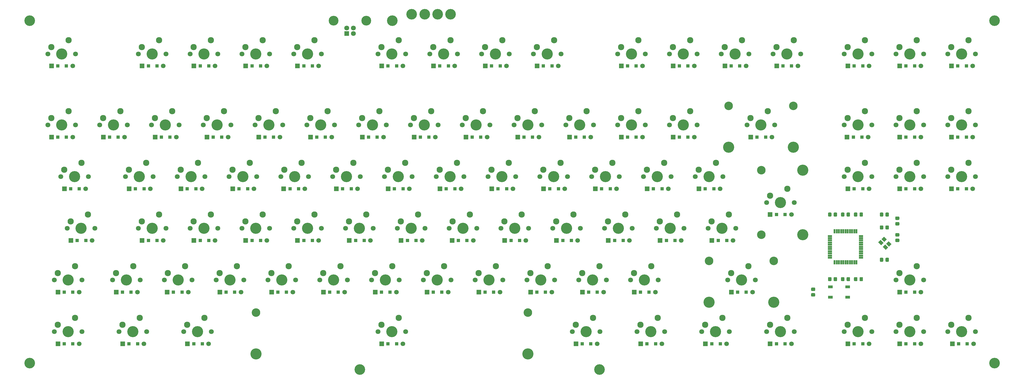
<source format=gbs>
%TF.GenerationSoftware,KiCad,Pcbnew,(5.1.6)-1*%
%TF.CreationDate,2020-08-11T21:43:52+02:00*%
%TF.ProjectId,qosmosKbBIS,716f736d-6f73-44b6-9242-49532e6b6963,rev?*%
%TF.SameCoordinates,Original*%
%TF.FileFunction,Soldermask,Bot*%
%TF.FilePolarity,Negative*%
%FSLAX46Y46*%
G04 Gerber Fmt 4.6, Leading zero omitted, Abs format (unit mm)*
G04 Created by KiCad (PCBNEW (5.1.6)-1) date 2020-08-11 21:43:52*
%MOMM*%
%LPD*%
G01*
G04 APERTURE LIST*
%ADD10R,1.800000X1.800000*%
%ADD11C,1.800000*%
%ADD12C,3.600000*%
%ADD13C,1.700000*%
%ADD14R,1.700000X1.700000*%
%ADD15R,1.300000X1.300000*%
%ADD16C,2.300000*%
%ADD17C,4.100000*%
%ADD18C,3.150000*%
%ADD19R,0.650000X1.600000*%
%ADD20R,1.600000X0.650000*%
%ADD21C,0.100000*%
%ADD22R,1.800000X1.100000*%
%ADD23C,3.900000*%
G04 APERTURE END LIST*
D10*
%TO.C,J1*%
X97505000Y-35666250D03*
D11*
X100005000Y-35666250D03*
X100005000Y-33666250D03*
X97505000Y-33666250D03*
D12*
X92735000Y-30956250D03*
X104775000Y-30956250D03*
%TD*%
D13*
%TO.C,D12*%
X206306250Y-47625000D03*
D14*
X198506250Y-47625000D03*
D15*
X200831250Y-47625000D03*
X203981250Y-47625000D03*
%TD*%
%TO.C,D2*%
X-5568750Y-73818750D03*
X-8718750Y-73818750D03*
D14*
X-11043750Y-73818750D03*
D13*
X-3243750Y-73818750D03*
%TD*%
%TO.C,D13*%
X225356250Y-47625000D03*
D14*
X217556250Y-47625000D03*
D15*
X219881250Y-47625000D03*
X223031250Y-47625000D03*
%TD*%
%TO.C,D14*%
X242081250Y-47625000D03*
X238931250Y-47625000D03*
D14*
X236606250Y-47625000D03*
D13*
X244406250Y-47625000D03*
%TD*%
D15*
%TO.C,D5*%
X65868750Y-47625000D03*
X62718750Y-47625000D03*
D14*
X60393750Y-47625000D03*
D13*
X68193750Y-47625000D03*
%TD*%
%TO.C,D15*%
X263456250Y-47625000D03*
D14*
X255656250Y-47625000D03*
D15*
X257981250Y-47625000D03*
X261131250Y-47625000D03*
%TD*%
D13*
%TO.C,D1*%
X-3243750Y-47625000D03*
D14*
X-11043750Y-47625000D03*
D15*
X-8718750Y-47625000D03*
X-5568750Y-47625000D03*
%TD*%
%TO.C,C7*%
G36*
G01*
X276625000Y-102872012D02*
X276625000Y-101915488D01*
G75*
G02*
X276896738Y-101643750I271738J0D01*
G01*
X277603262Y-101643750D01*
G75*
G02*
X277875000Y-101915488I0J-271738D01*
G01*
X277875000Y-102872012D01*
G75*
G02*
X277603262Y-103143750I-271738J0D01*
G01*
X276896738Y-103143750D01*
G75*
G02*
X276625000Y-102872012I0J271738D01*
G01*
G37*
G36*
G01*
X274575000Y-102872012D02*
X274575000Y-101915488D01*
G75*
G02*
X274846738Y-101643750I271738J0D01*
G01*
X275553262Y-101643750D01*
G75*
G02*
X275825000Y-101915488I0J-271738D01*
G01*
X275825000Y-102872012D01*
G75*
G02*
X275553262Y-103143750I-271738J0D01*
G01*
X274846738Y-103143750D01*
G75*
G02*
X274575000Y-102872012I0J271738D01*
G01*
G37*
%TD*%
%TO.C,D4*%
X46818750Y-47625000D03*
X43668750Y-47625000D03*
D14*
X41343750Y-47625000D03*
D13*
X49143750Y-47625000D03*
%TD*%
%TO.C,D6*%
X87243750Y-47625000D03*
D14*
X79443750Y-47625000D03*
D15*
X81768750Y-47625000D03*
X84918750Y-47625000D03*
%TD*%
%TO.C,D8*%
X115875000Y-47625000D03*
X112725000Y-47625000D03*
D14*
X110400000Y-47625000D03*
D13*
X118200000Y-47625000D03*
%TD*%
%TO.C,D9*%
X137250000Y-47625000D03*
D14*
X129450000Y-47625000D03*
D15*
X131775000Y-47625000D03*
X134925000Y-47625000D03*
%TD*%
%TO.C,D7*%
X13481250Y-73818750D03*
X10331250Y-73818750D03*
D14*
X8006250Y-73818750D03*
D13*
X15806250Y-73818750D03*
%TD*%
D15*
%TO.C,D10*%
X153975000Y-47625000D03*
X150825000Y-47625000D03*
D14*
X148500000Y-47625000D03*
D13*
X156300000Y-47625000D03*
%TD*%
%TO.C,C6*%
G36*
G01*
X293625000Y-102872012D02*
X293625000Y-101915488D01*
G75*
G02*
X293896738Y-101643750I271738J0D01*
G01*
X294603262Y-101643750D01*
G75*
G02*
X294875000Y-101915488I0J-271738D01*
G01*
X294875000Y-102872012D01*
G75*
G02*
X294603262Y-103143750I-271738J0D01*
G01*
X293896738Y-103143750D01*
G75*
G02*
X293625000Y-102872012I0J271738D01*
G01*
G37*
G36*
G01*
X295675000Y-102872012D02*
X295675000Y-101915488D01*
G75*
G02*
X295946738Y-101643750I271738J0D01*
G01*
X296653262Y-101643750D01*
G75*
G02*
X296925000Y-101915488I0J-271738D01*
G01*
X296925000Y-102872012D01*
G75*
G02*
X296653262Y-103143750I-271738J0D01*
G01*
X295946738Y-103143750D01*
G75*
G02*
X295675000Y-102872012I0J271738D01*
G01*
G37*
%TD*%
D15*
%TO.C,D3*%
X27768750Y-47625000D03*
X24618750Y-47625000D03*
D14*
X22293750Y-47625000D03*
D13*
X30093750Y-47625000D03*
%TD*%
%TO.C,C8*%
G36*
G01*
X279337500Y-102872012D02*
X279337500Y-101915488D01*
G75*
G02*
X279609238Y-101643750I271738J0D01*
G01*
X280315762Y-101643750D01*
G75*
G02*
X280587500Y-101915488I0J-271738D01*
G01*
X280587500Y-102872012D01*
G75*
G02*
X280315762Y-103143750I-271738J0D01*
G01*
X279609238Y-103143750D01*
G75*
G02*
X279337500Y-102872012I0J271738D01*
G01*
G37*
G36*
G01*
X281387500Y-102872012D02*
X281387500Y-101915488D01*
G75*
G02*
X281659238Y-101643750I271738J0D01*
G01*
X282365762Y-101643750D01*
G75*
G02*
X282637500Y-101915488I0J-271738D01*
G01*
X282637500Y-102872012D01*
G75*
G02*
X282365762Y-103143750I-271738J0D01*
G01*
X281659238Y-103143750D01*
G75*
G02*
X281387500Y-102872012I0J271738D01*
G01*
G37*
%TD*%
D15*
%TO.C,D11*%
X173025000Y-47625000D03*
X169875000Y-47625000D03*
D14*
X167550000Y-47625000D03*
D13*
X175350000Y-47625000D03*
%TD*%
D16*
%TO.C,Ke4*%
X119062500Y-83343750D03*
X112712500Y-85883750D03*
D17*
X116522500Y-88423750D03*
D11*
X111442500Y-88423750D03*
X121602500Y-88423750D03*
%TD*%
%TO.C,Kg2*%
X50165000Y-107473750D03*
X40005000Y-107473750D03*
D17*
X45085000Y-107473750D03*
D16*
X41275000Y-104933750D03*
X47625000Y-102393750D03*
%TD*%
%TO.C,Kf5*%
X176212500Y-83343750D03*
X169862500Y-85883750D03*
D17*
X173672500Y-88423750D03*
D11*
X168592500Y-88423750D03*
X178752500Y-88423750D03*
%TD*%
D16*
%TO.C,Kg1*%
X2381250Y-102393750D03*
X-3968750Y-104933750D03*
D17*
X-158750Y-107473750D03*
D11*
X-5238750Y-107473750D03*
X4921250Y-107473750D03*
%TD*%
%TO.C,Kg5*%
X164465000Y-107473750D03*
X154305000Y-107473750D03*
D17*
X159385000Y-107473750D03*
D16*
X155575000Y-104933750D03*
X161925000Y-102393750D03*
%TD*%
D11*
%TO.C,Kh2*%
X69215000Y-107473750D03*
X59055000Y-107473750D03*
D17*
X64135000Y-107473750D03*
D16*
X60325000Y-104933750D03*
X66675000Y-102393750D03*
%TD*%
%TO.C,Kh4*%
X142875000Y-102393750D03*
X136525000Y-104933750D03*
D17*
X140335000Y-107473750D03*
D11*
X135255000Y-107473750D03*
X145415000Y-107473750D03*
%TD*%
%TO.C,Ki1*%
X158750Y-126523750D03*
X-10001250Y-126523750D03*
D17*
X-4921250Y-126523750D03*
D16*
X-8731250Y-123983750D03*
X-2381250Y-121443750D03*
%TD*%
%TO.C,Kh3*%
X104775000Y-102393750D03*
X98425000Y-104933750D03*
D17*
X102235000Y-107473750D03*
D11*
X97155000Y-107473750D03*
X107315000Y-107473750D03*
%TD*%
%TO.C,Ki3*%
X78740000Y-126523750D03*
X68580000Y-126523750D03*
D17*
X73660000Y-126523750D03*
D16*
X69850000Y-123983750D03*
X76200000Y-121443750D03*
%TD*%
%TO.C,Kg4*%
X123825000Y-102393750D03*
X117475000Y-104933750D03*
D17*
X121285000Y-107473750D03*
D11*
X116205000Y-107473750D03*
X126365000Y-107473750D03*
%TD*%
%TO.C,Kf6*%
X216852500Y-88423750D03*
X206692500Y-88423750D03*
D17*
X211772500Y-88423750D03*
D16*
X207962500Y-85883750D03*
X214312500Y-83343750D03*
%TD*%
%TO.C,Ki4*%
X114300000Y-121443750D03*
X107950000Y-123983750D03*
D17*
X111760000Y-126523750D03*
D11*
X106680000Y-126523750D03*
X116840000Y-126523750D03*
%TD*%
%TO.C,Kf1*%
X26352500Y-88423750D03*
X16192500Y-88423750D03*
D17*
X21272500Y-88423750D03*
D16*
X17462500Y-85883750D03*
X23812500Y-83343750D03*
%TD*%
%TO.C,Kf4*%
X138112500Y-83343750D03*
X131762500Y-85883750D03*
D17*
X135572500Y-88423750D03*
D11*
X130492500Y-88423750D03*
X140652500Y-88423750D03*
%TD*%
D16*
%TO.C,Kh1*%
X28575000Y-102393750D03*
X22225000Y-104933750D03*
D17*
X26035000Y-107473750D03*
D11*
X20955000Y-107473750D03*
X31115000Y-107473750D03*
%TD*%
D16*
%TO.C,Kg3*%
X85725000Y-102393750D03*
X79375000Y-104933750D03*
D17*
X83185000Y-107473750D03*
D11*
X78105000Y-107473750D03*
X88265000Y-107473750D03*
%TD*%
%TO.C,Ki5*%
X154940000Y-126523750D03*
X144780000Y-126523750D03*
D17*
X149860000Y-126523750D03*
D16*
X146050000Y-123983750D03*
X152400000Y-121443750D03*
%TD*%
%TO.C,Ki7*%
X245268750Y-121443750D03*
X238918750Y-123983750D03*
D17*
X242728750Y-126523750D03*
D11*
X237648750Y-126523750D03*
X247808750Y-126523750D03*
D17*
X254628750Y-134763750D03*
X230828750Y-134763750D03*
D18*
X230828750Y-119523750D03*
X254628750Y-119523750D03*
%TD*%
D16*
%TO.C,Kf3*%
X100012500Y-83343750D03*
X93662500Y-85883750D03*
D17*
X97472500Y-88423750D03*
D11*
X92392500Y-88423750D03*
X102552500Y-88423750D03*
%TD*%
%TO.C,Kh5*%
X183515000Y-107473750D03*
X173355000Y-107473750D03*
D17*
X178435000Y-107473750D03*
D16*
X174625000Y-104933750D03*
X180975000Y-102393750D03*
%TD*%
D11*
%TO.C,Kf8*%
X309721250Y-88423750D03*
X299561250Y-88423750D03*
D17*
X304641250Y-88423750D03*
D16*
X300831250Y-85883750D03*
X307181250Y-83343750D03*
%TD*%
D11*
%TO.C,Ke5*%
X159702500Y-88423750D03*
X149542500Y-88423750D03*
D17*
X154622500Y-88423750D03*
D16*
X150812500Y-85883750D03*
X157162500Y-83343750D03*
%TD*%
%TO.C,Ke8*%
X288131250Y-83343750D03*
X281781250Y-85883750D03*
D17*
X285591250Y-88423750D03*
D11*
X280511250Y-88423750D03*
X290671250Y-88423750D03*
%TD*%
%TO.C,Ke9*%
X328771250Y-88423750D03*
X318611250Y-88423750D03*
D17*
X323691250Y-88423750D03*
D16*
X319881250Y-85883750D03*
X326231250Y-83343750D03*
%TD*%
D11*
%TO.C,Ke2*%
X45402500Y-88423750D03*
X35242500Y-88423750D03*
D17*
X40322500Y-88423750D03*
D16*
X36512500Y-85883750D03*
X42862500Y-83343750D03*
%TD*%
%TO.C,Kg7*%
X238125000Y-102393750D03*
X231775000Y-104933750D03*
D17*
X235585000Y-107473750D03*
D11*
X230505000Y-107473750D03*
X240665000Y-107473750D03*
%TD*%
D16*
%TO.C,Kh7*%
X259556250Y-92868750D03*
X253206250Y-95408750D03*
D17*
X257016250Y-97948750D03*
D11*
X251936250Y-97948750D03*
X262096250Y-97948750D03*
D17*
X265256250Y-86048750D03*
X265256250Y-109848750D03*
D18*
X250016250Y-109848750D03*
X250016250Y-86048750D03*
%TD*%
D16*
%TO.C,Ke7*%
X233362500Y-83343750D03*
X227012500Y-85883750D03*
D17*
X230822500Y-88423750D03*
D11*
X225742500Y-88423750D03*
X235902500Y-88423750D03*
%TD*%
D16*
%TO.C,Ki2*%
X38100000Y-121443750D03*
X31750000Y-123983750D03*
D17*
X35560000Y-126523750D03*
D11*
X30480000Y-126523750D03*
X40640000Y-126523750D03*
%TD*%
%TO.C,Kh6*%
X221615000Y-107473750D03*
X211455000Y-107473750D03*
D17*
X216535000Y-107473750D03*
D16*
X212725000Y-104933750D03*
X219075000Y-102393750D03*
%TD*%
D11*
%TO.C,Ki6*%
X193040000Y-126523750D03*
X182880000Y-126523750D03*
D17*
X187960000Y-126523750D03*
D16*
X184150000Y-123983750D03*
X190500000Y-121443750D03*
%TD*%
%TO.C,Kg6*%
X200025000Y-102393750D03*
X193675000Y-104933750D03*
D17*
X197485000Y-107473750D03*
D11*
X192405000Y-107473750D03*
X202565000Y-107473750D03*
%TD*%
%TO.C,Ke6*%
X197802500Y-88423750D03*
X187642500Y-88423750D03*
D17*
X192722500Y-88423750D03*
D16*
X188912500Y-85883750D03*
X195262500Y-83343750D03*
%TD*%
%TO.C,Kf2*%
X61912500Y-83343750D03*
X55562500Y-85883750D03*
D17*
X59372500Y-88423750D03*
D11*
X54292500Y-88423750D03*
X64452500Y-88423750D03*
%TD*%
D16*
%TO.C,Ke3*%
X80962500Y-83343750D03*
X74612500Y-85883750D03*
D17*
X78422500Y-88423750D03*
D11*
X73342500Y-88423750D03*
X83502500Y-88423750D03*
%TD*%
%TO.C,R2*%
G36*
G01*
X279337500Y-126684512D02*
X279337500Y-125727988D01*
G75*
G02*
X279609238Y-125456250I271738J0D01*
G01*
X280315762Y-125456250D01*
G75*
G02*
X280587500Y-125727988I0J-271738D01*
G01*
X280587500Y-126684512D01*
G75*
G02*
X280315762Y-126956250I-271738J0D01*
G01*
X279609238Y-126956250D01*
G75*
G02*
X279337500Y-126684512I0J271738D01*
G01*
G37*
G36*
G01*
X281387500Y-126684512D02*
X281387500Y-125727988D01*
G75*
G02*
X281659238Y-125456250I271738J0D01*
G01*
X282365762Y-125456250D01*
G75*
G02*
X282637500Y-125727988I0J-271738D01*
G01*
X282637500Y-126684512D01*
G75*
G02*
X282365762Y-126956250I-271738J0D01*
G01*
X281659238Y-126956250D01*
G75*
G02*
X281387500Y-126684512I0J271738D01*
G01*
G37*
%TD*%
%TO.C,Kl6*%
X214471250Y-145573750D03*
X204311250Y-145573750D03*
D17*
X209391250Y-145573750D03*
D16*
X205581250Y-143033750D03*
X211931250Y-140493750D03*
%TD*%
D11*
%TO.C,Kk8*%
X290671250Y-145573750D03*
X280511250Y-145573750D03*
D17*
X285591250Y-145573750D03*
D16*
X281781250Y-143033750D03*
X288131250Y-140493750D03*
%TD*%
%TO.C,R1*%
G36*
G01*
X269559512Y-130568750D02*
X268602988Y-130568750D01*
G75*
G02*
X268331250Y-130297012I0J271738D01*
G01*
X268331250Y-129590488D01*
G75*
G02*
X268602988Y-129318750I271738J0D01*
G01*
X269559512Y-129318750D01*
G75*
G02*
X269831250Y-129590488I0J-271738D01*
G01*
X269831250Y-130297012D01*
G75*
G02*
X269559512Y-130568750I-271738J0D01*
G01*
G37*
G36*
G01*
X269559512Y-132618750D02*
X268602988Y-132618750D01*
G75*
G02*
X268331250Y-132347012I0J271738D01*
G01*
X268331250Y-131640488D01*
G75*
G02*
X268602988Y-131368750I271738J0D01*
G01*
X269559512Y-131368750D01*
G75*
G02*
X269831250Y-131640488I0J-271738D01*
G01*
X269831250Y-132347012D01*
G75*
G02*
X269559512Y-132618750I-271738J0D01*
G01*
G37*
%TD*%
D11*
%TO.C,Kk1*%
X158750Y-145573750D03*
X-10001250Y-145573750D03*
D17*
X-4921250Y-145573750D03*
D16*
X-8731250Y-143033750D03*
X-2381250Y-140493750D03*
%TD*%
D19*
%TO.C,U1*%
X276987500Y-108600000D03*
X277787500Y-108600000D03*
X278587500Y-108600000D03*
X279387500Y-108600000D03*
X280187500Y-108600000D03*
X280987500Y-108600000D03*
X281787500Y-108600000D03*
X282587500Y-108600000D03*
X283387500Y-108600000D03*
X284187500Y-108600000D03*
X284987500Y-108600000D03*
D20*
X286687500Y-110300000D03*
X286687500Y-111100000D03*
X286687500Y-111900000D03*
X286687500Y-112700000D03*
X286687500Y-113500000D03*
X286687500Y-114300000D03*
X286687500Y-115100000D03*
X286687500Y-115900000D03*
X286687500Y-116700000D03*
X286687500Y-117500000D03*
X286687500Y-118300000D03*
D19*
X284987500Y-120000000D03*
X284187500Y-120000000D03*
X283387500Y-120000000D03*
X282587500Y-120000000D03*
X281787500Y-120000000D03*
X280987500Y-120000000D03*
X280187500Y-120000000D03*
X279387500Y-120000000D03*
X278587500Y-120000000D03*
X277787500Y-120000000D03*
X276987500Y-120000000D03*
D20*
X275287500Y-118300000D03*
X275287500Y-117500000D03*
X275287500Y-116700000D03*
X275287500Y-115900000D03*
X275287500Y-115100000D03*
X275287500Y-114300000D03*
X275287500Y-113500000D03*
X275287500Y-112700000D03*
X275287500Y-111900000D03*
X275287500Y-111100000D03*
X275287500Y-110300000D03*
%TD*%
D11*
%TO.C,Kj5*%
X173990000Y-126523750D03*
X163830000Y-126523750D03*
D17*
X168910000Y-126523750D03*
D16*
X165100000Y-123983750D03*
X171450000Y-121443750D03*
%TD*%
%TO.C,Kl7*%
X259556250Y-140493750D03*
X253206250Y-143033750D03*
D17*
X257016250Y-145573750D03*
D11*
X251936250Y-145573750D03*
X262096250Y-145573750D03*
%TD*%
D16*
%TO.C,Kj3*%
X95250000Y-121443750D03*
X88900000Y-123983750D03*
D17*
X92710000Y-126523750D03*
D11*
X87630000Y-126523750D03*
X97790000Y-126523750D03*
%TD*%
%TO.C,Kj2*%
X59690000Y-126523750D03*
X49530000Y-126523750D03*
D17*
X54610000Y-126523750D03*
D16*
X50800000Y-123983750D03*
X57150000Y-121443750D03*
%TD*%
D11*
%TO.C,Kj6*%
X212090000Y-126523750D03*
X201930000Y-126523750D03*
D17*
X207010000Y-126523750D03*
D16*
X203200000Y-123983750D03*
X209550000Y-121443750D03*
%TD*%
%TO.C,Kl8*%
X307181250Y-140493750D03*
X300831250Y-143033750D03*
D17*
X304641250Y-145573750D03*
D11*
X299561250Y-145573750D03*
X309721250Y-145573750D03*
%TD*%
D16*
%TO.C,Kj4*%
X133350000Y-121443750D03*
X127000000Y-123983750D03*
D17*
X130810000Y-126523750D03*
D11*
X125730000Y-126523750D03*
X135890000Y-126523750D03*
%TD*%
D16*
%TO.C,Kk7*%
X235743750Y-140493750D03*
X229393750Y-143033750D03*
D17*
X233203750Y-145573750D03*
D11*
X228123750Y-145573750D03*
X238283750Y-145573750D03*
%TD*%
D16*
%TO.C,Kk6*%
X188118750Y-140493750D03*
X181768750Y-143033750D03*
D17*
X185578750Y-145573750D03*
D11*
X180498750Y-145573750D03*
X190658750Y-145573750D03*
%TD*%
%TO.C,Kj8*%
X309721250Y-126523750D03*
X299561250Y-126523750D03*
D17*
X304641250Y-126523750D03*
D16*
X300831250Y-123983750D03*
X307181250Y-121443750D03*
%TD*%
D11*
%TO.C,Kk2*%
X47783750Y-145573750D03*
X37623750Y-145573750D03*
D17*
X42703750Y-145573750D03*
D16*
X38893750Y-143033750D03*
X45243750Y-140493750D03*
%TD*%
%TO.C,Kk9*%
X326231250Y-140493750D03*
X319881250Y-143033750D03*
D17*
X323691250Y-145573750D03*
D11*
X318611250Y-145573750D03*
X328771250Y-145573750D03*
%TD*%
D21*
%TO.C,X1*%
G36*
X292995481Y-112638299D02*
G01*
X293914719Y-111719061D01*
X294975379Y-112779721D01*
X294056141Y-113698959D01*
X292995481Y-112638299D01*
G37*
G36*
X294692537Y-114335355D02*
G01*
X295611775Y-113416117D01*
X296672435Y-114476777D01*
X295753197Y-115396015D01*
X294692537Y-114335355D01*
G37*
G36*
X294197563Y-111436217D02*
G01*
X295116801Y-110516979D01*
X296177461Y-111577639D01*
X295258223Y-112496877D01*
X294197563Y-111436217D01*
G37*
G36*
X295894619Y-113133273D02*
G01*
X296813857Y-112214035D01*
X297874517Y-113274695D01*
X296955279Y-114193933D01*
X295894619Y-113133273D01*
G37*
%TD*%
D16*
%TO.C,Kl1*%
X21431250Y-140493750D03*
X15081250Y-143033750D03*
D17*
X18891250Y-145573750D03*
D11*
X13811250Y-145573750D03*
X23971250Y-145573750D03*
%TD*%
D16*
%TO.C,Kj1*%
X19050000Y-121443750D03*
X12700000Y-123983750D03*
D17*
X16510000Y-126523750D03*
D11*
X11430000Y-126523750D03*
X21590000Y-126523750D03*
%TD*%
%TO.C,R4*%
G36*
G01*
X299559238Y-111293750D02*
X300515762Y-111293750D01*
G75*
G02*
X300787500Y-111565488I0J-271738D01*
G01*
X300787500Y-112272012D01*
G75*
G02*
X300515762Y-112543750I-271738J0D01*
G01*
X299559238Y-112543750D01*
G75*
G02*
X299287500Y-112272012I0J271738D01*
G01*
X299287500Y-111565488D01*
G75*
G02*
X299559238Y-111293750I271738J0D01*
G01*
G37*
G36*
G01*
X299559238Y-109243750D02*
X300515762Y-109243750D01*
G75*
G02*
X300787500Y-109515488I0J-271738D01*
G01*
X300787500Y-110222012D01*
G75*
G02*
X300515762Y-110493750I-271738J0D01*
G01*
X299559238Y-110493750D01*
G75*
G02*
X299287500Y-110222012I0J271738D01*
G01*
X299287500Y-109515488D01*
G75*
G02*
X299559238Y-109243750I271738J0D01*
G01*
G37*
%TD*%
%TO.C,R3*%
G36*
G01*
X299559238Y-103125000D02*
X300515762Y-103125000D01*
G75*
G02*
X300787500Y-103396738I0J-271738D01*
G01*
X300787500Y-104103262D01*
G75*
G02*
X300515762Y-104375000I-271738J0D01*
G01*
X299559238Y-104375000D01*
G75*
G02*
X299287500Y-104103262I0J271738D01*
G01*
X299287500Y-103396738D01*
G75*
G02*
X299559238Y-103125000I271738J0D01*
G01*
G37*
G36*
G01*
X299559238Y-105175000D02*
X300515762Y-105175000D01*
G75*
G02*
X300787500Y-105446738I0J-271738D01*
G01*
X300787500Y-106153262D01*
G75*
G02*
X300515762Y-106425000I-271738J0D01*
G01*
X299559238Y-106425000D01*
G75*
G02*
X299287500Y-106153262I0J271738D01*
G01*
X299287500Y-105446738D01*
G75*
G02*
X299559238Y-105175000I271738J0D01*
G01*
G37*
%TD*%
D22*
%TO.C,SW1*%
X275456250Y-132868750D03*
X281756250Y-132868750D03*
X275456250Y-129068750D03*
X281756250Y-129068750D03*
%TD*%
D16*
%TO.C,Kk4*%
X116681250Y-140493750D03*
X110331250Y-143033750D03*
D17*
X114141250Y-145573750D03*
D11*
X109061250Y-145573750D03*
X119221250Y-145573750D03*
D17*
X164141250Y-153813750D03*
X64141250Y-153813750D03*
D18*
X64141250Y-138573750D03*
X164141250Y-138573750D03*
%TD*%
D13*
%TO.C,D30*%
X253931250Y-73818750D03*
D14*
X246131250Y-73818750D03*
D15*
X248456250Y-73818750D03*
X251606250Y-73818750D03*
%TD*%
D13*
%TO.C,D31*%
X289331250Y-73818750D03*
D14*
X281531250Y-73818750D03*
D15*
X283856250Y-73818750D03*
X287006250Y-73818750D03*
%TD*%
%TO.C,D32*%
X306375000Y-73818750D03*
X303225000Y-73818750D03*
D14*
X300900000Y-73818750D03*
D13*
X308700000Y-73818750D03*
%TD*%
%TO.C,D33*%
X327750000Y-73818750D03*
D14*
X319950000Y-73818750D03*
D15*
X322275000Y-73818750D03*
X325425000Y-73818750D03*
%TD*%
%TO.C,D18*%
X325425000Y-47625000D03*
X322275000Y-47625000D03*
D14*
X319950000Y-47625000D03*
D13*
X327750000Y-47625000D03*
%TD*%
D15*
%TO.C,D20*%
X51581250Y-73818750D03*
X48431250Y-73818750D03*
D14*
X46106250Y-73818750D03*
D13*
X53906250Y-73818750D03*
%TD*%
D15*
%TO.C,D16*%
X287325000Y-47625000D03*
X284175000Y-47625000D03*
D14*
X281850000Y-47625000D03*
D13*
X289650000Y-47625000D03*
%TD*%
D15*
%TO.C,D22*%
X89681250Y-73818750D03*
X86531250Y-73818750D03*
D14*
X84206250Y-73818750D03*
D13*
X92006250Y-73818750D03*
%TD*%
D15*
%TO.C,D25*%
X146831250Y-73818750D03*
X143681250Y-73818750D03*
D14*
X141356250Y-73818750D03*
D13*
X149156250Y-73818750D03*
%TD*%
%TO.C,D26*%
X168206250Y-73818750D03*
D14*
X160406250Y-73818750D03*
D15*
X162731250Y-73818750D03*
X165881250Y-73818750D03*
%TD*%
D13*
%TO.C,D23*%
X111056250Y-73818750D03*
D14*
X103256250Y-73818750D03*
D15*
X105581250Y-73818750D03*
X108731250Y-73818750D03*
%TD*%
D13*
%TO.C,D27*%
X187256250Y-73818750D03*
D14*
X179456250Y-73818750D03*
D15*
X181781250Y-73818750D03*
X184931250Y-73818750D03*
%TD*%
%TO.C,D19*%
X32531250Y-73818750D03*
X29381250Y-73818750D03*
D14*
X27056250Y-73818750D03*
D13*
X34856250Y-73818750D03*
%TD*%
D15*
%TO.C,D21*%
X70631250Y-73818750D03*
X67481250Y-73818750D03*
D14*
X65156250Y-73818750D03*
D13*
X72956250Y-73818750D03*
%TD*%
D15*
%TO.C,D29*%
X223031250Y-73818750D03*
X219881250Y-73818750D03*
D14*
X217556250Y-73818750D03*
D13*
X225356250Y-73818750D03*
%TD*%
%TO.C,D24*%
X130106250Y-73818750D03*
D14*
X122306250Y-73818750D03*
D15*
X124631250Y-73818750D03*
X127781250Y-73818750D03*
%TD*%
%TO.C,D28*%
X203981250Y-73818750D03*
X200831250Y-73818750D03*
D14*
X198506250Y-73818750D03*
D13*
X206306250Y-73818750D03*
%TD*%
D15*
%TO.C,D17*%
X306375000Y-47625000D03*
X303225000Y-47625000D03*
D14*
X300900000Y-47625000D03*
D13*
X308700000Y-47625000D03*
%TD*%
%TO.C,D48*%
X308700000Y-92868750D03*
D14*
X300900000Y-92868750D03*
D15*
X303225000Y-92868750D03*
X306375000Y-92868750D03*
%TD*%
%TO.C,D42*%
X156356250Y-92868750D03*
X153206250Y-92868750D03*
D14*
X150881250Y-92868750D03*
D13*
X158681250Y-92868750D03*
%TD*%
D15*
%TO.C,D43*%
X175406250Y-92868750D03*
X172256250Y-92868750D03*
D14*
X169931250Y-92868750D03*
D13*
X177731250Y-92868750D03*
%TD*%
%TO.C,D45*%
X215831250Y-92868750D03*
D14*
X208031250Y-92868750D03*
D15*
X210356250Y-92868750D03*
X213506250Y-92868750D03*
%TD*%
D13*
%TO.C,D49*%
X327750000Y-92868750D03*
D14*
X319950000Y-92868750D03*
D15*
X322275000Y-92868750D03*
X325425000Y-92868750D03*
%TD*%
D13*
%TO.C,D41*%
X139631250Y-92868750D03*
D14*
X131831250Y-92868750D03*
D15*
X134156250Y-92868750D03*
X137306250Y-92868750D03*
%TD*%
D13*
%TO.C,D50*%
X261075000Y-102393750D03*
D14*
X253275000Y-102393750D03*
D15*
X255600000Y-102393750D03*
X258750000Y-102393750D03*
%TD*%
%TO.C,D51*%
X1575000Y-111918750D03*
X-1575000Y-111918750D03*
D14*
X-3900000Y-111918750D03*
D13*
X3900000Y-111918750D03*
%TD*%
%TO.C,D40*%
X120581250Y-92868750D03*
D14*
X112781250Y-92868750D03*
D15*
X115106250Y-92868750D03*
X118256250Y-92868750D03*
%TD*%
D13*
%TO.C,D44*%
X196781250Y-92868750D03*
D14*
X188981250Y-92868750D03*
D15*
X191306250Y-92868750D03*
X194456250Y-92868750D03*
%TD*%
%TO.C,D37*%
X61106250Y-92868750D03*
X57956250Y-92868750D03*
D14*
X55631250Y-92868750D03*
D13*
X63431250Y-92868750D03*
%TD*%
D15*
%TO.C,D39*%
X99206250Y-92868750D03*
X96056250Y-92868750D03*
D14*
X93731250Y-92868750D03*
D13*
X101531250Y-92868750D03*
%TD*%
%TO.C,D46*%
X234881250Y-92868750D03*
D14*
X227081250Y-92868750D03*
D15*
X229406250Y-92868750D03*
X232556250Y-92868750D03*
%TD*%
%TO.C,D34*%
X-806250Y-92868750D03*
X-3956250Y-92868750D03*
D14*
X-6281250Y-92868750D03*
D13*
X1518750Y-92868750D03*
%TD*%
D15*
%TO.C,D35*%
X23006250Y-92868750D03*
X19856250Y-92868750D03*
D14*
X17531250Y-92868750D03*
D13*
X25331250Y-92868750D03*
%TD*%
D15*
%TO.C,D36*%
X42056250Y-92868750D03*
X38906250Y-92868750D03*
D14*
X36581250Y-92868750D03*
D13*
X44381250Y-92868750D03*
%TD*%
D15*
%TO.C,D38*%
X79837500Y-92868750D03*
X76687500Y-92868750D03*
D14*
X74362500Y-92868750D03*
D13*
X82162500Y-92868750D03*
%TD*%
%TO.C,D47*%
X289650000Y-92868750D03*
D14*
X281850000Y-92868750D03*
D15*
X284175000Y-92868750D03*
X287325000Y-92868750D03*
%TD*%
D13*
%TO.C,D58*%
X144075000Y-111918750D03*
D14*
X136275000Y-111918750D03*
D15*
X138600000Y-111918750D03*
X141750000Y-111918750D03*
%TD*%
D13*
%TO.C,D57*%
X125343750Y-111918750D03*
D14*
X117543750Y-111918750D03*
D15*
X119868750Y-111918750D03*
X123018750Y-111918750D03*
%TD*%
%TO.C,D59*%
X161118750Y-111918750D03*
X157968750Y-111918750D03*
D14*
X155643750Y-111918750D03*
D13*
X163443750Y-111918750D03*
%TD*%
%TO.C,D62*%
X220593750Y-111918750D03*
D14*
X212793750Y-111918750D03*
D15*
X215118750Y-111918750D03*
X218268750Y-111918750D03*
%TD*%
%TO.C,D65*%
X18243750Y-130968750D03*
X15093750Y-130968750D03*
D14*
X12768750Y-130968750D03*
D13*
X20568750Y-130968750D03*
%TD*%
%TO.C,D63*%
X239643750Y-111918750D03*
D14*
X231843750Y-111918750D03*
D15*
X234168750Y-111918750D03*
X237318750Y-111918750D03*
%TD*%
%TO.C,D53*%
X46818750Y-111918750D03*
X43668750Y-111918750D03*
D14*
X41343750Y-111918750D03*
D13*
X49143750Y-111918750D03*
%TD*%
D15*
%TO.C,D60*%
X180168750Y-111918750D03*
X177018750Y-111918750D03*
D14*
X174693750Y-111918750D03*
D13*
X182493750Y-111918750D03*
%TD*%
%TO.C,D66*%
X39300000Y-130968750D03*
D14*
X31500000Y-130968750D03*
D15*
X33825000Y-130968750D03*
X36975000Y-130968750D03*
%TD*%
D13*
%TO.C,D52*%
X30093750Y-111918750D03*
D14*
X22293750Y-111918750D03*
D15*
X24618750Y-111918750D03*
X27768750Y-111918750D03*
%TD*%
D13*
%TO.C,D67*%
X58668750Y-130968750D03*
D14*
X50868750Y-130968750D03*
D15*
X53193750Y-130968750D03*
X56343750Y-130968750D03*
%TD*%
D13*
%TO.C,D68*%
X77718750Y-130968750D03*
D14*
X69918750Y-130968750D03*
D15*
X72243750Y-130968750D03*
X75393750Y-130968750D03*
%TD*%
D13*
%TO.C,D56*%
X106293750Y-111918750D03*
D14*
X98493750Y-111918750D03*
D15*
X100818750Y-111918750D03*
X103968750Y-111918750D03*
%TD*%
D13*
%TO.C,D61*%
X201543750Y-111918750D03*
D14*
X193743750Y-111918750D03*
D15*
X196068750Y-111918750D03*
X199218750Y-111918750D03*
%TD*%
D13*
%TO.C,D64*%
X-862500Y-130968750D03*
D14*
X-8662500Y-130968750D03*
D15*
X-6337500Y-130968750D03*
X-3187500Y-130968750D03*
%TD*%
D13*
%TO.C,D54*%
X68193750Y-111918750D03*
D14*
X60393750Y-111918750D03*
D15*
X62718750Y-111918750D03*
X65868750Y-111918750D03*
%TD*%
%TO.C,D55*%
X84918750Y-111918750D03*
X81768750Y-111918750D03*
D14*
X79443750Y-111918750D03*
D13*
X87243750Y-111918750D03*
%TD*%
%TO.C,D69*%
X96768750Y-130968750D03*
D14*
X88968750Y-130968750D03*
D15*
X91293750Y-130968750D03*
X94443750Y-130968750D03*
%TD*%
D13*
%TO.C,D82*%
X189637500Y-150018750D03*
D14*
X181837500Y-150018750D03*
D15*
X184162500Y-150018750D03*
X187312500Y-150018750D03*
%TD*%
D13*
%TO.C,D77*%
X308700000Y-130968750D03*
D14*
X300900000Y-130968750D03*
D15*
X303225000Y-130968750D03*
X306375000Y-130968750D03*
%TD*%
%TO.C,D70*%
X113493750Y-130968750D03*
X110343750Y-130968750D03*
D14*
X108018750Y-130968750D03*
D13*
X115818750Y-130968750D03*
%TD*%
D15*
%TO.C,D83*%
X211125000Y-150018750D03*
X207975000Y-150018750D03*
D14*
X205650000Y-150018750D03*
D13*
X213450000Y-150018750D03*
%TD*%
%TO.C,D84*%
X237262500Y-150018750D03*
D14*
X229462500Y-150018750D03*
D15*
X231787500Y-150018750D03*
X234937500Y-150018750D03*
%TD*%
D13*
%TO.C,D76*%
X246787500Y-130968750D03*
D14*
X238987500Y-130968750D03*
D15*
X241312500Y-130968750D03*
X244462500Y-130968750D03*
%TD*%
%TO.C,D79*%
X20625000Y-150018750D03*
X17475000Y-150018750D03*
D14*
X15150000Y-150018750D03*
D13*
X22950000Y-150018750D03*
%TD*%
D15*
%TO.C,D81*%
X115875000Y-150018750D03*
X112725000Y-150018750D03*
D14*
X110400000Y-150018750D03*
D13*
X118200000Y-150018750D03*
%TD*%
D15*
%TO.C,D72*%
X151593750Y-130968750D03*
X148443750Y-130968750D03*
D14*
X146118750Y-130968750D03*
D13*
X153918750Y-130968750D03*
%TD*%
D15*
%TO.C,D80*%
X44437500Y-150018750D03*
X41287500Y-150018750D03*
D14*
X38962500Y-150018750D03*
D13*
X46762500Y-150018750D03*
%TD*%
%TO.C,D85*%
X261075000Y-150018750D03*
D14*
X253275000Y-150018750D03*
D15*
X255600000Y-150018750D03*
X258750000Y-150018750D03*
%TD*%
D13*
%TO.C,D86*%
X289650000Y-150018750D03*
D14*
X281850000Y-150018750D03*
D15*
X284175000Y-150018750D03*
X287325000Y-150018750D03*
%TD*%
%TO.C,D87*%
X306375000Y-150018750D03*
X303225000Y-150018750D03*
D14*
X300900000Y-150018750D03*
D13*
X308700000Y-150018750D03*
%TD*%
%TO.C,D71*%
X134868750Y-130968750D03*
D14*
X127068750Y-130968750D03*
D15*
X129393750Y-130968750D03*
X132543750Y-130968750D03*
%TD*%
%TO.C,D73*%
X170643750Y-130968750D03*
X167493750Y-130968750D03*
D14*
X165168750Y-130968750D03*
D13*
X172968750Y-130968750D03*
%TD*%
%TO.C,D75*%
X211068750Y-130968750D03*
D14*
X203268750Y-130968750D03*
D15*
X205593750Y-130968750D03*
X208743750Y-130968750D03*
%TD*%
D13*
%TO.C,D78*%
X-862500Y-150018750D03*
D14*
X-8662500Y-150018750D03*
D15*
X-6337500Y-150018750D03*
X-3187500Y-150018750D03*
%TD*%
%TO.C,D74*%
X189693750Y-130968750D03*
X186543750Y-130968750D03*
D14*
X184218750Y-130968750D03*
D13*
X192018750Y-130968750D03*
%TD*%
D11*
%TO.C,Ka4*%
X119221250Y-43180000D03*
X109061250Y-43180000D03*
D17*
X114141250Y-43180000D03*
D16*
X110331250Y-40640000D03*
X116681250Y-38100000D03*
%TD*%
D11*
%TO.C,Ka5*%
X157321250Y-43180000D03*
X147161250Y-43180000D03*
D17*
X152241250Y-43180000D03*
D16*
X148431250Y-40640000D03*
X154781250Y-38100000D03*
%TD*%
D11*
%TO.C,Ka7*%
X245427500Y-43180000D03*
X235267500Y-43180000D03*
D17*
X240347500Y-43180000D03*
D16*
X236537500Y-40640000D03*
X242887500Y-38100000D03*
%TD*%
%TO.C,Ka8*%
X288131250Y-38100000D03*
X281781250Y-40640000D03*
D17*
X285591250Y-43180000D03*
D11*
X280511250Y-43180000D03*
X290671250Y-43180000D03*
%TD*%
D16*
%TO.C,Ka9*%
X326231250Y-38100000D03*
X319881250Y-40640000D03*
D17*
X323691250Y-43180000D03*
D11*
X318611250Y-43180000D03*
X328771250Y-43180000D03*
%TD*%
D16*
%TO.C,Kb2*%
X47625000Y-38100000D03*
X41275000Y-40640000D03*
D17*
X45085000Y-43180000D03*
D11*
X40005000Y-43180000D03*
X50165000Y-43180000D03*
%TD*%
D16*
%TO.C,Kb3*%
X85725000Y-38100000D03*
X79375000Y-40640000D03*
D17*
X83185000Y-43180000D03*
D11*
X78105000Y-43180000D03*
X88265000Y-43180000D03*
%TD*%
%TO.C,Ka6*%
X207327500Y-43180000D03*
X197167500Y-43180000D03*
D17*
X202247500Y-43180000D03*
D16*
X198437500Y-40640000D03*
X204787500Y-38100000D03*
%TD*%
D11*
%TO.C,Kb4*%
X138271250Y-43180000D03*
X128111250Y-43180000D03*
D17*
X133191250Y-43180000D03*
D16*
X129381250Y-40640000D03*
X135731250Y-38100000D03*
%TD*%
D11*
%TO.C,Kb5*%
X176371250Y-43180000D03*
X166211250Y-43180000D03*
D17*
X171291250Y-43180000D03*
D16*
X167481250Y-40640000D03*
X173831250Y-38100000D03*
%TD*%
%TO.C,Ka1*%
X-4762500Y-38100000D03*
X-11112500Y-40640000D03*
D17*
X-7302500Y-43180000D03*
D11*
X-12382500Y-43180000D03*
X-2222500Y-43180000D03*
%TD*%
D16*
%TO.C,Kb6*%
X223837500Y-38100000D03*
X217487500Y-40640000D03*
D17*
X221297500Y-43180000D03*
D11*
X216217500Y-43180000D03*
X226377500Y-43180000D03*
%TD*%
%TO.C,Ka2*%
X31115000Y-43180000D03*
X20955000Y-43180000D03*
D17*
X26035000Y-43180000D03*
D16*
X22225000Y-40640000D03*
X28575000Y-38100000D03*
%TD*%
%TO.C,Kb8*%
X307181250Y-38100000D03*
X300831250Y-40640000D03*
D17*
X304641250Y-43180000D03*
D11*
X299561250Y-43180000D03*
X309721250Y-43180000D03*
%TD*%
D16*
%TO.C,Kb7*%
X261937500Y-38100000D03*
X255587500Y-40640000D03*
D17*
X259397500Y-43180000D03*
D11*
X254317500Y-43180000D03*
X264477500Y-43180000D03*
%TD*%
D16*
%TO.C,Ka3*%
X66675000Y-38100000D03*
X60325000Y-40640000D03*
D17*
X64135000Y-43180000D03*
D11*
X59055000Y-43180000D03*
X69215000Y-43180000D03*
%TD*%
D15*
%TO.C,D88*%
X325743750Y-150018750D03*
X322593750Y-150018750D03*
D14*
X320268750Y-150018750D03*
D13*
X328068750Y-150018750D03*
%TD*%
D16*
%TO.C,Kc1*%
X-4762500Y-64293750D03*
X-11112500Y-66833750D03*
D17*
X-7302500Y-69373750D03*
D11*
X-12382500Y-69373750D03*
X-2222500Y-69373750D03*
%TD*%
D16*
%TO.C,Kd7*%
X252412500Y-64293750D03*
X246062500Y-66833750D03*
D17*
X249872500Y-69373750D03*
D11*
X244792500Y-69373750D03*
X254952500Y-69373750D03*
D17*
X261772500Y-77613750D03*
X237972500Y-77613750D03*
D18*
X237972500Y-62373750D03*
X261772500Y-62373750D03*
%TD*%
D11*
%TO.C,Kc2*%
X35877500Y-69373750D03*
X25717500Y-69373750D03*
D17*
X30797500Y-69373750D03*
D16*
X26987500Y-66833750D03*
X33337500Y-64293750D03*
%TD*%
%TO.C,Kd4*%
X128587500Y-64293750D03*
X122237500Y-66833750D03*
D17*
X126047500Y-69373750D03*
D11*
X120967500Y-69373750D03*
X131127500Y-69373750D03*
%TD*%
%TO.C,Kd6*%
X207327500Y-69373750D03*
X197167500Y-69373750D03*
D17*
X202247500Y-69373750D03*
D16*
X198437500Y-66833750D03*
X204787500Y-64293750D03*
%TD*%
D11*
%TO.C,Kc6*%
X188277500Y-69373750D03*
X178117500Y-69373750D03*
D17*
X183197500Y-69373750D03*
D16*
X179387500Y-66833750D03*
X185737500Y-64293750D03*
%TD*%
D11*
%TO.C,Kc9*%
X328771250Y-69373750D03*
X318611250Y-69373750D03*
D17*
X323691250Y-69373750D03*
D16*
X319881250Y-66833750D03*
X326231250Y-64293750D03*
%TD*%
%TO.C,Kd3*%
X90487500Y-64293750D03*
X84137500Y-66833750D03*
D17*
X87947500Y-69373750D03*
D11*
X82867500Y-69373750D03*
X93027500Y-69373750D03*
%TD*%
%TO.C,Kd5*%
X169227500Y-69373750D03*
X159067500Y-69373750D03*
D17*
X164147500Y-69373750D03*
D16*
X160337500Y-66833750D03*
X166687500Y-64293750D03*
%TD*%
%TO.C,Kd2*%
X52387500Y-64293750D03*
X46037500Y-66833750D03*
D17*
X49847500Y-69373750D03*
D11*
X44767500Y-69373750D03*
X54927500Y-69373750D03*
%TD*%
%TO.C,Kd8*%
X309721250Y-69373750D03*
X299561250Y-69373750D03*
D17*
X304641250Y-69373750D03*
D16*
X300831250Y-66833750D03*
X307181250Y-64293750D03*
%TD*%
%TO.C,Ke1*%
X0Y-83343750D03*
X-6350000Y-85883750D03*
D17*
X-2540000Y-88423750D03*
D11*
X-7620000Y-88423750D03*
X2540000Y-88423750D03*
%TD*%
D16*
%TO.C,Kc3*%
X71437500Y-64293750D03*
X65087500Y-66833750D03*
D17*
X68897500Y-69373750D03*
D11*
X63817500Y-69373750D03*
X73977500Y-69373750D03*
%TD*%
%TO.C,Kc7*%
X226377500Y-69373750D03*
X216217500Y-69373750D03*
D17*
X221297500Y-69373750D03*
D16*
X217487500Y-66833750D03*
X223837500Y-64293750D03*
%TD*%
%TO.C,Kc4*%
X109537500Y-64293750D03*
X103187500Y-66833750D03*
D17*
X106997500Y-69373750D03*
D11*
X101917500Y-69373750D03*
X112077500Y-69373750D03*
%TD*%
%TO.C,Kc5*%
X150177500Y-69373750D03*
X140017500Y-69373750D03*
D17*
X145097500Y-69373750D03*
D16*
X141287500Y-66833750D03*
X147637500Y-64293750D03*
%TD*%
D11*
%TO.C,Kc8*%
X290671250Y-69373750D03*
X280511250Y-69373750D03*
D17*
X285591250Y-69373750D03*
D16*
X281781250Y-66833750D03*
X288131250Y-64293750D03*
%TD*%
D11*
%TO.C,Kd1*%
X16827500Y-69373750D03*
X6667500Y-69373750D03*
D17*
X11747500Y-69373750D03*
D16*
X7937500Y-66833750D03*
X14287500Y-64293750D03*
%TD*%
%TO.C,C3*%
G36*
G01*
X274575000Y-126684512D02*
X274575000Y-125727988D01*
G75*
G02*
X274846738Y-125456250I271738J0D01*
G01*
X275553262Y-125456250D01*
G75*
G02*
X275825000Y-125727988I0J-271738D01*
G01*
X275825000Y-126684512D01*
G75*
G02*
X275553262Y-126956250I-271738J0D01*
G01*
X274846738Y-126956250D01*
G75*
G02*
X274575000Y-126684512I0J271738D01*
G01*
G37*
G36*
G01*
X276625000Y-126684512D02*
X276625000Y-125727988D01*
G75*
G02*
X276896738Y-125456250I271738J0D01*
G01*
X277603262Y-125456250D01*
G75*
G02*
X277875000Y-125727988I0J-271738D01*
G01*
X277875000Y-126684512D01*
G75*
G02*
X277603262Y-126956250I-271738J0D01*
G01*
X276896738Y-126956250D01*
G75*
G02*
X276625000Y-126684512I0J271738D01*
G01*
G37*
%TD*%
%TO.C,C4*%
G36*
G01*
X286150000Y-126684512D02*
X286150000Y-125727988D01*
G75*
G02*
X286421738Y-125456250I271738J0D01*
G01*
X287128262Y-125456250D01*
G75*
G02*
X287400000Y-125727988I0J-271738D01*
G01*
X287400000Y-126684512D01*
G75*
G02*
X287128262Y-126956250I-271738J0D01*
G01*
X286421738Y-126956250D01*
G75*
G02*
X286150000Y-126684512I0J271738D01*
G01*
G37*
G36*
G01*
X284100000Y-126684512D02*
X284100000Y-125727988D01*
G75*
G02*
X284371738Y-125456250I271738J0D01*
G01*
X285078262Y-125456250D01*
G75*
G02*
X285350000Y-125727988I0J-271738D01*
G01*
X285350000Y-126684512D01*
G75*
G02*
X285078262Y-126956250I-271738J0D01*
G01*
X284371738Y-126956250D01*
G75*
G02*
X284100000Y-126684512I0J271738D01*
G01*
G37*
%TD*%
%TO.C,C2*%
G36*
G01*
X296925000Y-118584238D02*
X296925000Y-119540762D01*
G75*
G02*
X296653262Y-119812500I-271738J0D01*
G01*
X295946738Y-119812500D01*
G75*
G02*
X295675000Y-119540762I0J271738D01*
G01*
X295675000Y-118584238D01*
G75*
G02*
X295946738Y-118312500I271738J0D01*
G01*
X296653262Y-118312500D01*
G75*
G02*
X296925000Y-118584238I0J-271738D01*
G01*
G37*
G36*
G01*
X294875000Y-118584238D02*
X294875000Y-119540762D01*
G75*
G02*
X294603262Y-119812500I-271738J0D01*
G01*
X293896738Y-119812500D01*
G75*
G02*
X293625000Y-119540762I0J271738D01*
G01*
X293625000Y-118584238D01*
G75*
G02*
X293896738Y-118312500I271738J0D01*
G01*
X294603262Y-118312500D01*
G75*
G02*
X294875000Y-118584238I0J-271738D01*
G01*
G37*
%TD*%
D23*
%TO.C,REF\u002A\u002A*%
X102393750Y-159543750D03*
%TD*%
%TO.C,C5*%
G36*
G01*
X286150000Y-102872012D02*
X286150000Y-101915488D01*
G75*
G02*
X286421738Y-101643750I271738J0D01*
G01*
X287128262Y-101643750D01*
G75*
G02*
X287400000Y-101915488I0J-271738D01*
G01*
X287400000Y-102872012D01*
G75*
G02*
X287128262Y-103143750I-271738J0D01*
G01*
X286421738Y-103143750D01*
G75*
G02*
X286150000Y-102872012I0J271738D01*
G01*
G37*
G36*
G01*
X284100000Y-102872012D02*
X284100000Y-101915488D01*
G75*
G02*
X284371738Y-101643750I271738J0D01*
G01*
X285078262Y-101643750D01*
G75*
G02*
X285350000Y-101915488I0J-271738D01*
G01*
X285350000Y-102872012D01*
G75*
G02*
X285078262Y-103143750I-271738J0D01*
G01*
X284371738Y-103143750D01*
G75*
G02*
X284100000Y-102872012I0J271738D01*
G01*
G37*
%TD*%
%TO.C,REF\u002A\u002A*%
X114300000Y-30956250D03*
%TD*%
%TO.C,REF\u002A\u002A*%
X-19050000Y-30956250D03*
%TD*%
%TO.C,REF\u002A\u002A*%
X-19050000Y-157162500D03*
%TD*%
%TO.C,REF\u002A\u002A*%
X335756250Y-157162500D03*
%TD*%
%TO.C,REF\u002A\u002A*%
X335756250Y-30956250D03*
%TD*%
%TO.C,REF\u002A\u002A*%
X190500000Y-159543750D03*
%TD*%
%TO.C,C1*%
G36*
G01*
X294875000Y-106677988D02*
X294875000Y-107634512D01*
G75*
G02*
X294603262Y-107906250I-271738J0D01*
G01*
X293896738Y-107906250D01*
G75*
G02*
X293625000Y-107634512I0J271738D01*
G01*
X293625000Y-106677988D01*
G75*
G02*
X293896738Y-106406250I271738J0D01*
G01*
X294603262Y-106406250D01*
G75*
G02*
X294875000Y-106677988I0J-271738D01*
G01*
G37*
G36*
G01*
X296925000Y-106677988D02*
X296925000Y-107634512D01*
G75*
G02*
X296653262Y-107906250I-271738J0D01*
G01*
X295946738Y-107906250D01*
G75*
G02*
X295675000Y-107634512I0J271738D01*
G01*
X295675000Y-106677988D01*
G75*
G02*
X295946738Y-106406250I271738J0D01*
G01*
X296653262Y-106406250D01*
G75*
G02*
X296925000Y-106677988I0J-271738D01*
G01*
G37*
%TD*%
%TO.C,H1*%
X121443750Y-28575000D03*
%TD*%
%TO.C,H2*%
X126206250Y-28575000D03*
%TD*%
%TO.C,H3*%
X130968750Y-28575000D03*
%TD*%
%TO.C,H4*%
X135731250Y-28575000D03*
%TD*%
M02*

</source>
